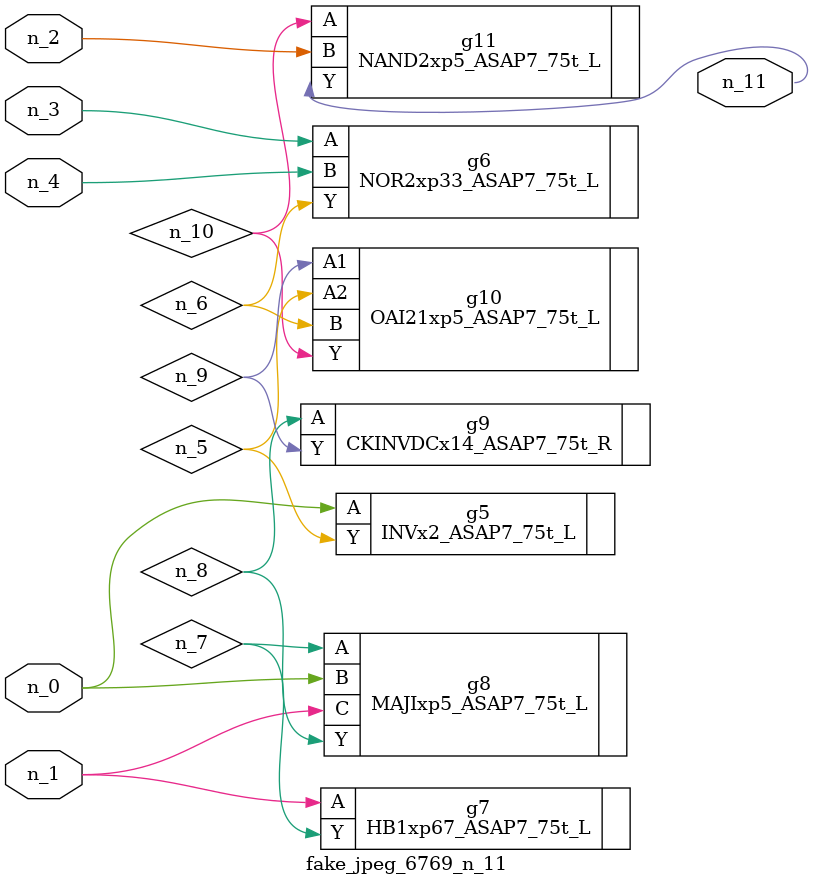
<source format=v>
module fake_jpeg_6769_n_11 (n_3, n_2, n_1, n_0, n_4, n_11);

input n_3;
input n_2;
input n_1;
input n_0;
input n_4;

output n_11;

wire n_10;
wire n_8;
wire n_9;
wire n_6;
wire n_5;
wire n_7;

INVx2_ASAP7_75t_L g5 ( 
.A(n_0),
.Y(n_5)
);

NOR2xp33_ASAP7_75t_L g6 ( 
.A(n_3),
.B(n_4),
.Y(n_6)
);

HB1xp67_ASAP7_75t_L g7 ( 
.A(n_1),
.Y(n_7)
);

MAJIxp5_ASAP7_75t_L g8 ( 
.A(n_7),
.B(n_0),
.C(n_1),
.Y(n_8)
);

CKINVDCx14_ASAP7_75t_R g9 ( 
.A(n_8),
.Y(n_9)
);

OAI21xp5_ASAP7_75t_L g10 ( 
.A1(n_9),
.A2(n_5),
.B(n_6),
.Y(n_10)
);

NAND2xp5_ASAP7_75t_L g11 ( 
.A(n_10),
.B(n_2),
.Y(n_11)
);


endmodule
</source>
